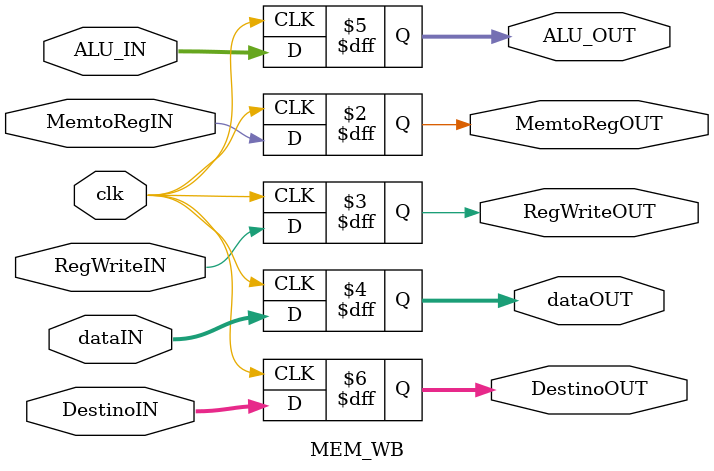
<source format=v>
`timescale 1ns / 1ps
module MEM_WB(
			input clk,
			input MemtoRegIN, RegWriteIN,
			input [31:0] dataIN, ALU_IN,
			input [4:0] DestinoIN,
			output reg MemtoRegOUT, RegWriteOUT,		
			output reg [31:0] dataOUT, ALU_OUT,
			output reg [4:0] DestinoOUT
    );

always @ (posedge clk)
begin
	MemtoRegOUT <= MemtoRegIN;
	RegWriteOUT <= RegWriteIN;
	dataOUT <= dataIN;
	ALU_OUT <= ALU_IN;
	DestinoOUT <= DestinoIN;
end

endmodule

</source>
